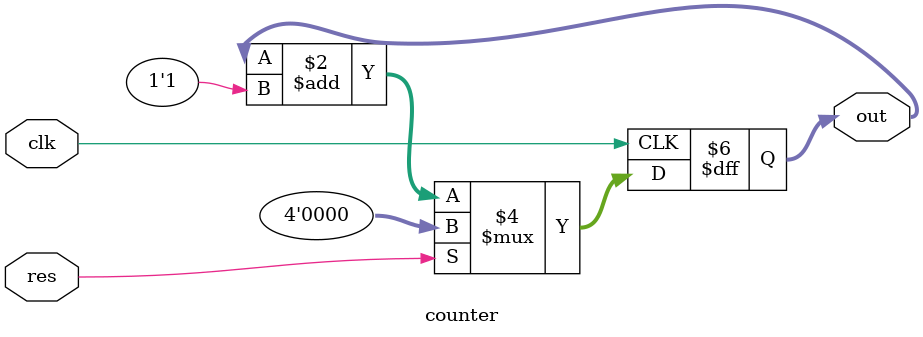
<source format=v>
module counter(res,clk,out);
    input wire res;
    input wire clk;
    output reg [3:0] out;

    always @ (posedge clk)
    begin
        if (res) begin
            out = 4'b0000;
        end
        else begin
            out = out + 1'b1;
        end
    end

endmodule
</source>
